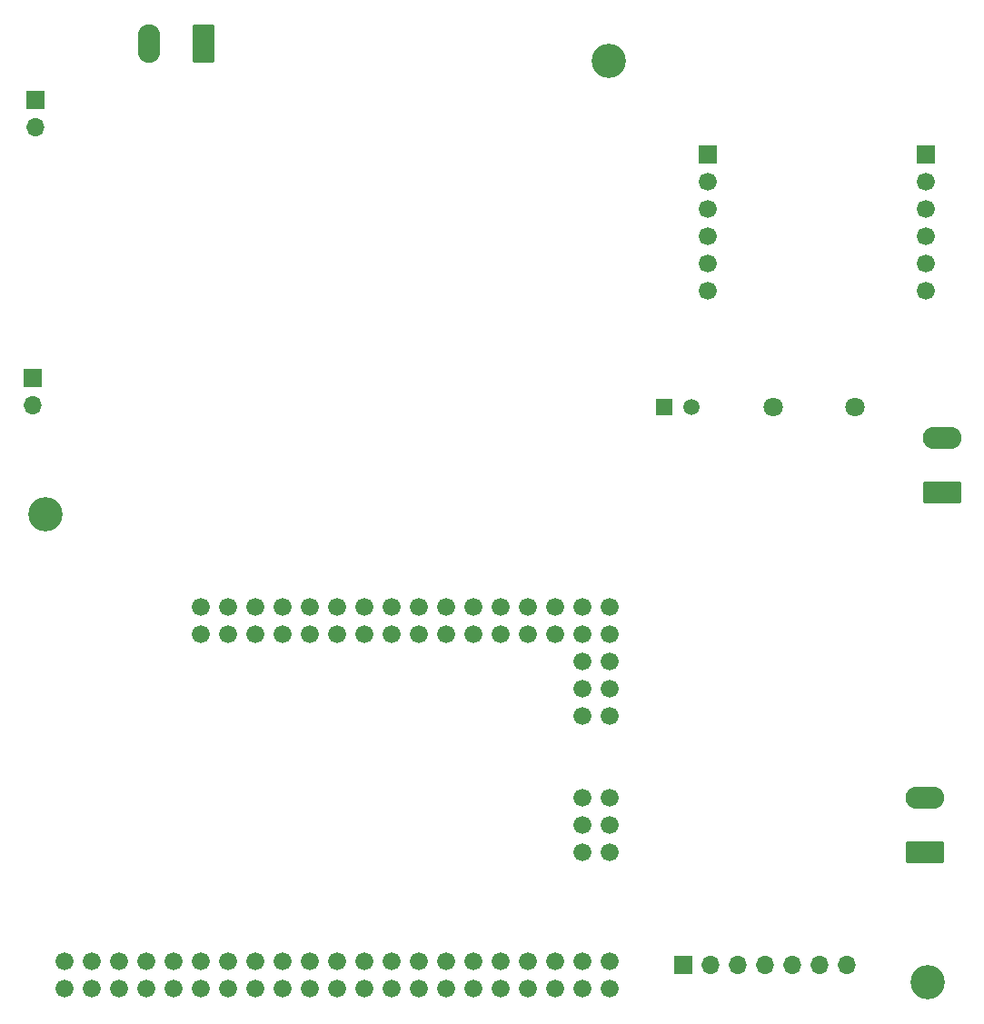
<source format=gbs>
%TF.GenerationSoftware,KiCad,Pcbnew,(6.0.11)*%
%TF.CreationDate,2023-07-21T15:58:32-05:00*%
%TF.ProjectId,MB,4d422e6b-6963-4616-945f-706362585858,rev?*%
%TF.SameCoordinates,Original*%
%TF.FileFunction,Soldermask,Bot*%
%TF.FilePolarity,Negative*%
%FSLAX46Y46*%
G04 Gerber Fmt 4.6, Leading zero omitted, Abs format (unit mm)*
G04 Created by KiCad (PCBNEW (6.0.11)) date 2023-07-21 15:58:32*
%MOMM*%
%LPD*%
G01*
G04 APERTURE LIST*
G04 Aperture macros list*
%AMRoundRect*
0 Rectangle with rounded corners*
0 $1 Rounding radius*
0 $2 $3 $4 $5 $6 $7 $8 $9 X,Y pos of 4 corners*
0 Add a 4 corners polygon primitive as box body*
4,1,4,$2,$3,$4,$5,$6,$7,$8,$9,$2,$3,0*
0 Add four circle primitives for the rounded corners*
1,1,$1+$1,$2,$3*
1,1,$1+$1,$4,$5*
1,1,$1+$1,$6,$7*
1,1,$1+$1,$8,$9*
0 Add four rect primitives between the rounded corners*
20,1,$1+$1,$2,$3,$4,$5,0*
20,1,$1+$1,$4,$5,$6,$7,0*
20,1,$1+$1,$6,$7,$8,$9,0*
20,1,$1+$1,$8,$9,$2,$3,0*%
G04 Aperture macros list end*
%ADD10R,1.700000X1.700000*%
%ADD11O,1.700000X1.700000*%
%ADD12RoundRect,0.249999X1.550001X-0.790001X1.550001X0.790001X-1.550001X0.790001X-1.550001X-0.790001X0*%
%ADD13O,3.600000X2.080000*%
%ADD14R,1.680000X1.680000*%
%ADD15C,1.680000*%
%ADD16RoundRect,0.249999X0.790001X1.550001X-0.790001X1.550001X-0.790001X-1.550001X0.790001X-1.550001X0*%
%ADD17O,2.080000X3.600000*%
%ADD18R,1.508000X1.508000*%
%ADD19C,1.508000*%
%ADD20C,1.800000*%
%ADD21C,1.676400*%
%ADD22C,3.200000*%
G04 APERTURE END LIST*
D10*
X192252600Y-117729000D03*
D11*
X194792600Y-117729000D03*
X197332600Y-117729000D03*
X199872600Y-117729000D03*
X202412600Y-117729000D03*
X204952600Y-117729000D03*
X207492600Y-117729000D03*
D12*
X216370400Y-73736200D03*
D13*
X216370400Y-68656200D03*
D14*
X194559200Y-42214600D03*
D15*
X194559200Y-44754600D03*
X194559200Y-47294600D03*
X194559200Y-49834600D03*
X194559200Y-52374600D03*
X194559200Y-54914600D03*
D14*
X214879200Y-42214600D03*
D15*
X214879200Y-44754600D03*
X214879200Y-47294600D03*
X214879200Y-49834600D03*
X214879200Y-52374600D03*
X214879200Y-54914600D03*
D16*
X147548600Y-31851600D03*
D17*
X142468600Y-31851600D03*
D18*
X190512400Y-65710000D03*
D19*
X193052400Y-65710000D03*
D20*
X200672400Y-65710000D03*
X208292400Y-65710000D03*
D21*
X142262200Y-119964200D03*
X142262200Y-117424200D03*
X139722200Y-119964200D03*
X139722200Y-117424200D03*
X185442200Y-102184200D03*
X147342200Y-84404200D03*
X147342200Y-86944200D03*
X149882200Y-84404200D03*
X149882200Y-86944200D03*
X152422200Y-84404200D03*
X152422200Y-86944200D03*
X154962200Y-84404200D03*
X154962200Y-86944200D03*
X157502200Y-84404200D03*
X157502200Y-86944200D03*
X160042200Y-84404200D03*
X160042200Y-86944200D03*
X162582200Y-84404200D03*
X162582200Y-86944200D03*
X165122200Y-84404200D03*
X165122200Y-86944200D03*
X144802200Y-117424200D03*
X149882200Y-117424200D03*
X149882200Y-119964200D03*
X152422200Y-117424200D03*
X152422200Y-119964200D03*
X154962200Y-117424200D03*
X154962200Y-119964200D03*
X157502200Y-117424200D03*
X157502200Y-119964200D03*
X160042200Y-117424200D03*
X160042200Y-119964200D03*
X162582200Y-117424200D03*
X162582200Y-119964200D03*
X165122200Y-117424200D03*
X165122200Y-119964200D03*
X167662200Y-117424200D03*
X167662200Y-119964200D03*
X170202200Y-117424200D03*
X170202200Y-119964200D03*
X172742200Y-117424200D03*
X172742200Y-119964200D03*
X175282200Y-117424200D03*
X175282200Y-119964200D03*
X177822200Y-117424200D03*
X177822200Y-119964200D03*
X180362200Y-117424200D03*
X180362200Y-119964200D03*
X182902200Y-117424200D03*
X182902200Y-119964200D03*
X185442200Y-117424200D03*
X185442200Y-119964200D03*
X167662200Y-84404200D03*
X167662200Y-86944200D03*
X170202200Y-84404200D03*
X170202200Y-86944200D03*
X172742200Y-84404200D03*
X172742200Y-86944200D03*
X175282200Y-84404200D03*
X175282200Y-86944200D03*
X177822200Y-84404200D03*
X177822200Y-86944200D03*
X180362200Y-84404200D03*
X180362200Y-86944200D03*
X182902200Y-84404200D03*
X182902200Y-86944200D03*
X185442200Y-84404200D03*
X185442200Y-86944200D03*
X185442200Y-89484200D03*
X182902200Y-89484200D03*
X185442200Y-92024200D03*
X182902200Y-92024200D03*
X185442200Y-94564200D03*
X182902200Y-94564200D03*
X137182200Y-119964200D03*
X137182200Y-117424200D03*
X185442200Y-107264200D03*
X182902200Y-102184200D03*
X185442200Y-104724200D03*
X182902200Y-107264200D03*
X144802200Y-119964200D03*
X147342200Y-117424200D03*
X182902200Y-104724200D03*
X147342200Y-119964200D03*
X134642200Y-119964200D03*
X134642200Y-117424200D03*
D22*
X132842000Y-75692000D03*
D12*
X214821000Y-107238800D03*
D13*
X214821000Y-102158800D03*
D22*
X185369200Y-33477200D03*
D10*
X131876800Y-37134800D03*
D11*
X131876800Y-39674800D03*
D22*
X215036400Y-119354600D03*
D10*
X131648200Y-63017400D03*
D11*
X131648200Y-65557400D03*
M02*

</source>
